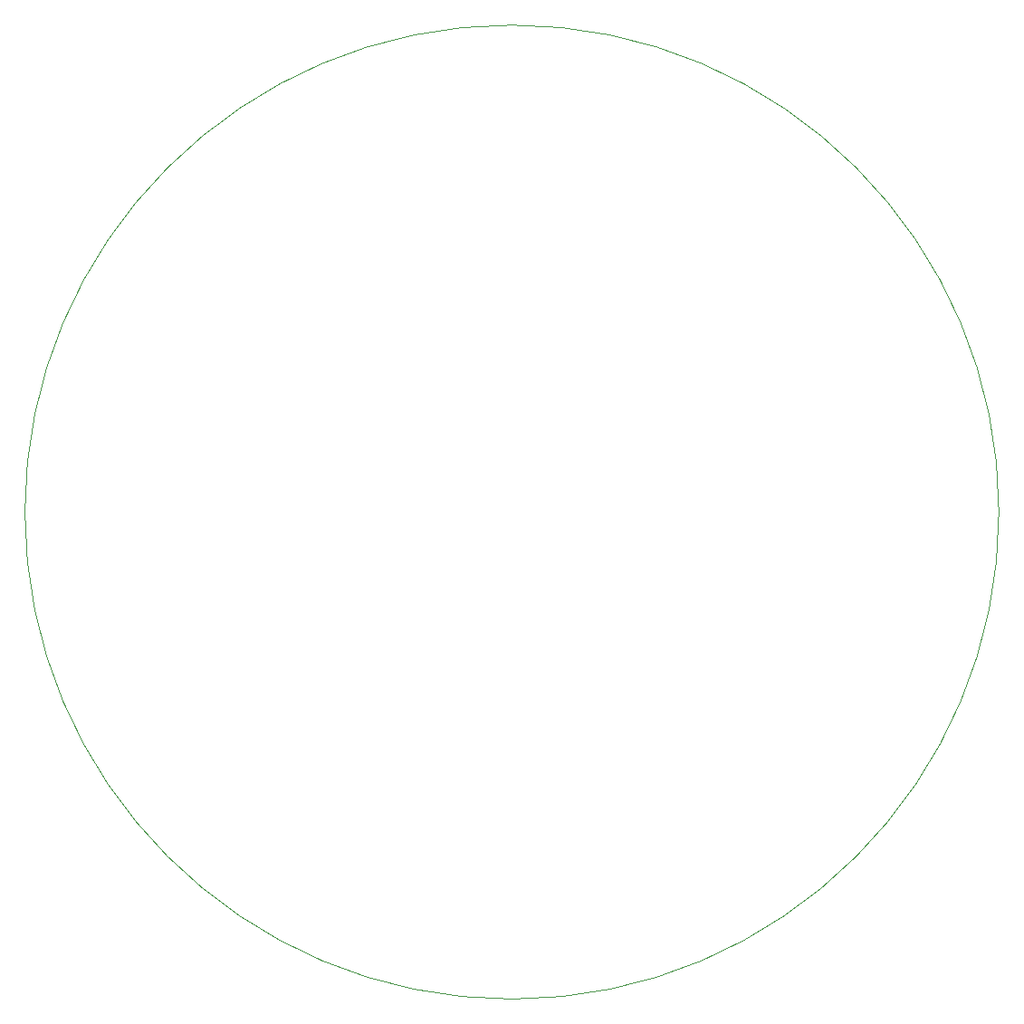
<source format=gm1>
G04 #@! TF.GenerationSoftware,KiCad,Pcbnew,7.0.1-3b83917a11~171~ubuntu22.04.1*
G04 #@! TF.CreationDate,2023-03-30T17:32:26-07:00*
G04 #@! TF.ProjectId,skull,736b756c-6c2e-46b6-9963-61645f706362,rev?*
G04 #@! TF.SameCoordinates,Original*
G04 #@! TF.FileFunction,Profile,NP*
%FSLAX46Y46*%
G04 Gerber Fmt 4.6, Leading zero omitted, Abs format (unit mm)*
G04 Created by KiCad (PCBNEW 7.0.1-3b83917a11~171~ubuntu22.04.1) date 2023-03-30 17:32:26*
%MOMM*%
%LPD*%
G01*
G04 APERTURE LIST*
G04 #@! TA.AperFunction,Profile*
%ADD10C,0.100000*%
G04 #@! TD*
G04 APERTURE END LIST*
D10*
X145540923Y-100000000D02*
G75*
G03*
X145540923Y-100000000I-45540923J0D01*
G01*
M02*

</source>
